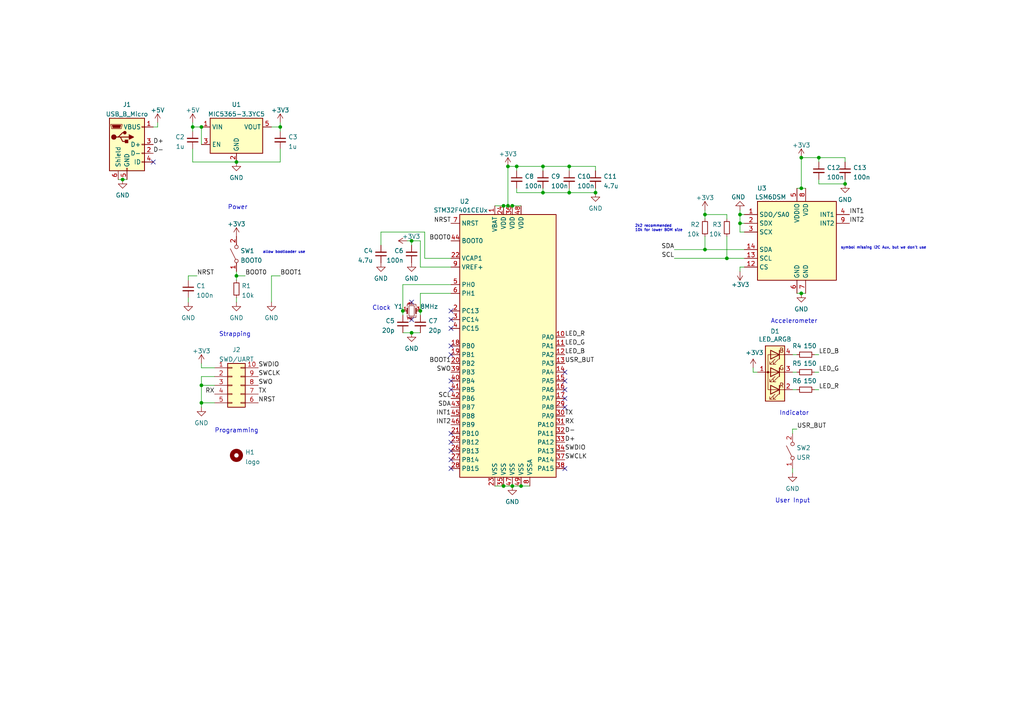
<source format=kicad_sch>
(kicad_sch (version 20211123) (generator eeschema)
  (paper "A4")
  (lib_symbols
    (symbol "Connector:USB_B_Micro" (pin_names (offset 1.016))
      (property "Reference" "J" (at -5.08 11.43 0))
      (property "Value" "USB_B_Micro" (at -5.08 8.89 0))
      (symbol "USB_B_Micro_0_1"
        (rectangle (start -5.08 -7.62) (end 5.08 7.62) (stroke (width 0.254)) (fill (type background)))
        (circle (center -3.81 2.159) (radius 0.635) (stroke (width 0.254)) (fill (type outline)))
        (circle (center -0.635 3.429) (radius 0.381) (stroke (width 0.254)) (fill (type outline)))
        (rectangle (start -0.127 -7.62) (end 0.127 -6.858))
        (polyline (pts (xy -1.905 2.159) (xy 0.635 2.159)) (stroke (width 0.254)))
        (polyline (pts (xy -3.175 2.159) (xy -2.54 2.159) (xy -1.27 3.429) (xy -0.635 3.429)) (stroke (width 0.254)))
        (polyline (pts (xy -2.54 2.159) (xy -1.905 2.159) (xy -1.27 0.889) (xy 0 0.889)) (stroke (width 0.254)))
        (polyline (pts (xy 0.635 2.794) (xy 0.635 1.524) (xy 1.905 2.159) (xy 0.635 2.794)) (stroke (width 0.254)) (fill (type outline)))
        (polyline (pts (xy -4.318 5.588) (xy -1.778 5.588) (xy -2.032 4.826) (xy -4.064 4.826) (xy -4.318 5.588)) (fill (type outline)))
        (polyline (pts (xy -4.699 5.842) (xy -4.699 5.588) (xy -4.445 4.826) (xy -4.445 4.572) (xy -1.651 4.572) (xy -1.651 4.826) (xy -1.397 5.588) (xy -1.397 5.842) (xy -4.699 5.842)))
        (rectangle (start 0.254 1.27) (end -0.508 0.508) (stroke (width 0.254)) (fill (type outline)))
        (rectangle (start 5.08 -5.207) (end 4.318 -4.953))
        (rectangle (start 5.08 -2.667) (end 4.318 -2.413))
        (rectangle (start 5.08 -0.127) (end 4.318 0.127))
        (rectangle (start 5.08 4.953) (end 4.318 5.207))
      )
      (symbol "USB_B_Micro_1_1"
        (pin power_out line (at 7.62 5.08 180) (length 2.54) (name "VBUS") (number "1"))
        (pin bidirectional line (at 7.62 -2.54 180) (length 2.54) (name "D-") (number "2"))
        (pin bidirectional line (at 7.62 0 180) (length 2.54) (name "D+") (number "3"))
        (pin passive line (at 7.62 -5.08 180) (length 2.54) (name "ID") (number "4"))
        (pin power_out line (at 0 -10.16 90) (length 2.54) (name "GND") (number "5"))
        (pin passive line (at -2.54 -10.16 90) (length 2.54) (name "Shield") (number "6"))
      )
    )
    (symbol "Connector_Generic:Conn_02x05_Counter_Clockwise" (pin_names (offset 1.016) hide)
      (property "Reference" "J" (at 1.27 7.62 0))
      (property "Value" "Conn_02x05_Counter_Clockwise" (at 1.27 -7.62 0))
      (symbol "Conn_02x05_Counter_Clockwise_1_1"
        (rectangle (start -1.27 -4.953) (end 0 -5.207) (stroke (width 0.1524)))
        (rectangle (start -1.27 -2.413) (end 0 -2.667) (stroke (width 0.1524)))
        (rectangle (start -1.27 0.127) (end 0 -0.127) (stroke (width 0.1524)))
        (rectangle (start -1.27 2.667) (end 0 2.413) (stroke (width 0.1524)))
        (rectangle (start -1.27 5.207) (end 0 4.953) (stroke (width 0.1524)))
        (rectangle (start -1.27 6.35) (end 3.81 -6.35) (stroke (width 0.254)) (fill (type background)))
        (rectangle (start 3.81 -4.953) (end 2.54 -5.207) (stroke (width 0.1524)))
        (rectangle (start 3.81 -2.413) (end 2.54 -2.667) (stroke (width 0.1524)))
        (rectangle (start 3.81 0.127) (end 2.54 -0.127) (stroke (width 0.1524)))
        (rectangle (start 3.81 2.667) (end 2.54 2.413) (stroke (width 0.1524)))
        (rectangle (start 3.81 5.207) (end 2.54 4.953) (stroke (width 0.1524)))
        (pin passive line (at -5.08 5.08 0) (length 3.81) (name "Pin_1") (number "1"))
        (pin passive line (at 7.62 5.08 180) (length 3.81) (name "Pin_10") (number "10"))
        (pin passive line (at -5.08 2.54 0) (length 3.81) (name "Pin_2") (number "2"))
        (pin passive line (at -5.08 0 0) (length 3.81) (name "Pin_3") (number "3"))
        (pin passive line (at -5.08 -2.54 0) (length 3.81) (name "Pin_4") (number "4"))
        (pin passive line (at -5.08 -5.08 0) (length 3.81) (name "Pin_5") (number "5"))
        (pin passive line (at 7.62 -5.08 180) (length 3.81) (name "Pin_6") (number "6"))
        (pin passive line (at 7.62 -2.54 180) (length 3.81) (name "Pin_7") (number "7"))
        (pin passive line (at 7.62 0 180) (length 3.81) (name "Pin_8") (number "8"))
        (pin passive line (at 7.62 2.54 180) (length 3.81) (name "Pin_9") (number "9"))
      )
    )
    (symbol "Device:C_Small" (pin_numbers hide) (pin_names (offset 0.254) hide)
      (property "Reference" "C" (at 0.254 1.778 0))
      (property "Value" "C_Small" (at 0.254 -2.032 0))
      (symbol "C_Small_0_1"
        (polyline (pts (xy -1.524 -0.508) (xy 1.524 -0.508)) (stroke (width 0.3302)))
        (polyline (pts (xy -1.524 0.508) (xy 1.524 0.508)) (stroke (width 0.3048)))
      )
      (symbol "C_Small_1_1"
        (pin passive line (at 0 2.54 270) (length 2.032) (name "~") (number "1"))
        (pin passive line (at 0 -2.54 90) (length 2.032) (name "~") (number "2"))
      )
    )
    (symbol "Device:Crystal_GND24_Small" (pin_names (offset 1.016) hide)
      (property "Reference" "Y" (at 1.27 4.445 0))
      (property "Value" "Crystal_GND24_Small" (at 1.27 2.54 0))
      (symbol "Crystal_GND24_Small_0_1"
        (rectangle (start -0.762 -1.524) (end 0.762 1.524))
        (polyline (pts (xy -1.27 -0.762) (xy -1.27 0.762)) (stroke (width 0.381)))
        (polyline (pts (xy 1.27 -0.762) (xy 1.27 0.762)) (stroke (width 0.381)))
        (polyline (pts (xy -1.27 -1.27) (xy -1.27 -1.905) (xy 1.27 -1.905) (xy 1.27 -1.27)))
        (polyline (pts (xy -1.27 1.27) (xy -1.27 1.905) (xy 1.27 1.905) (xy 1.27 1.27)))
      )
      (symbol "Crystal_GND24_Small_1_1"
        (pin passive line (at -2.54 0 0) (length 1.27) (name "1") (number "1"))
        (pin passive line (at 0 -2.54 90) (length 0.635) (name "2") (number "2"))
        (pin passive line (at 2.54 0 180) (length 1.27) (name "3") (number "3"))
        (pin passive line (at 0 2.54 270) (length 0.635) (name "4") (number "4"))
      )
    )
    (symbol "Device:LED_ARGB" (pin_names (offset 0) hide)
      (property "Reference" "D" (at 0 9.398 0))
      (property "Value" "LED_ARGB" (at 0 -8.89 0))
      (symbol "LED_ARGB_0_0"
        (text "B" (at -1.905 -6.35 0) (effects (font (size 1.27 1.27))))
        (text "G" (at -1.905 -1.27 0) (effects (font (size 1.27 1.27))))
        (text "R" (at -1.905 3.81 0) (effects (font (size 1.27 1.27))))
      )
      (symbol "LED_ARGB_0_1"
        (polyline (pts (xy -1.27 -5.08) (xy -2.54 -5.08)))
        (polyline (pts (xy -1.27 -5.08) (xy 1.27 -5.08)))
        (polyline (pts (xy -1.27 -3.81) (xy -1.27 -6.35)) (stroke (width 0.254)))
        (polyline (pts (xy -1.27 0) (xy -2.54 0)))
        (polyline (pts (xy -1.27 1.27) (xy -1.27 -1.27)) (stroke (width 0.254)))
        (polyline (pts (xy -1.27 5.08) (xy -2.54 5.08)))
        (polyline (pts (xy -1.27 5.08) (xy 1.27 5.08)))
        (polyline (pts (xy -1.27 6.35) (xy -1.27 3.81)) (stroke (width 0.254)))
        (polyline (pts (xy 1.27 0) (xy -1.27 0)))
        (polyline (pts (xy 1.27 0) (xy 2.54 0)))
        (polyline (pts (xy -1.27 1.27) (xy -1.27 -1.27) (xy -1.27 -1.27)))
        (polyline (pts (xy -1.27 6.35) (xy -1.27 3.81) (xy -1.27 3.81)))
        (polyline (pts (xy 1.27 -5.08) (xy 2.032 -5.08) (xy 2.032 5.08) (xy 1.27 5.08)))
        (polyline (pts (xy 1.27 -3.81) (xy 1.27 -6.35) (xy -1.27 -5.08) (xy 1.27 -3.81)) (stroke (width 0.254)))
        (polyline (pts (xy 1.27 1.27) (xy 1.27 -1.27) (xy -1.27 0) (xy 1.27 1.27)) (stroke (width 0.254)))
        (polyline (pts (xy 1.27 6.35) (xy 1.27 3.81) (xy -1.27 5.08) (xy 1.27 6.35)) (stroke (width 0.254)))
        (polyline (pts (xy -1.016 -3.81) (xy 0.508 -2.286) (xy -0.254 -2.286) (xy 0.508 -2.286) (xy 0.508 -3.048)))
        (polyline (pts (xy -1.016 1.27) (xy 0.508 2.794) (xy -0.254 2.794) (xy 0.508 2.794) (xy 0.508 2.032)))
        (polyline (pts (xy -1.016 6.35) (xy 0.508 7.874) (xy -0.254 7.874) (xy 0.508 7.874) (xy 0.508 7.112)))
        (polyline (pts (xy 0 -3.81) (xy 1.524 -2.286) (xy 0.762 -2.286) (xy 1.524 -2.286) (xy 1.524 -3.048)))
        (polyline (pts (xy 0 1.27) (xy 1.524 2.794) (xy 0.762 2.794) (xy 1.524 2.794) (xy 1.524 2.032)))
        (polyline (pts (xy 0 6.35) (xy 1.524 7.874) (xy 0.762 7.874) (xy 1.524 7.874) (xy 1.524 7.112)))
        (rectangle (start 1.27 -1.27) (end 1.27 1.27))
        (rectangle (start 1.27 1.27) (end 1.27 1.27))
        (rectangle (start 1.27 3.81) (end 1.27 6.35))
        (rectangle (start 1.27 6.35) (end 1.27 6.35))
        (circle (center 2.032 0) (radius 0.254) (fill (type outline)))
        (rectangle (start 2.794 8.382) (end -2.794 -7.62) (stroke (width 0.254)) (fill (type background)))
      )
      (symbol "LED_ARGB_1_1"
        (pin passive line (at 5.08 0 180) (length 2.54) (name "A") (number "1"))
        (pin passive line (at -5.08 5.08 0) (length 2.54) (name "RK") (number "2"))
        (pin passive line (at -5.08 0 0) (length 2.54) (name "GK") (number "3"))
        (pin passive line (at -5.08 -5.08 0) (length 2.54) (name "BK") (number "4"))
      )
    )
    (symbol "Device:R_Small" (pin_numbers hide) (pin_names (offset 0.254) hide)
      (property "Reference" "R" (at 0.762 0.508 0))
      (property "Value" "R_Small" (at 0.762 -1.016 0))
      (symbol "R_Small_0_1"
        (rectangle (start -0.762 1.778) (end 0.762 -1.778) (stroke (width 0.2032)))
      )
      (symbol "R_Small_1_1"
        (pin passive line (at 0 2.54 270) (length 0.762) (name "~") (number "1"))
        (pin passive line (at 0 -2.54 90) (length 0.762) (name "~") (number "2"))
      )
    )
    (symbol "MCU_ST_STM32F4:STM32F401CEUx"
      (property "Reference" "U" (at -15.24 39.37 0))
      (property "Value" "STM32F401CEUx" (at 5.08 39.37 0))
      (symbol "STM32F401CEUx_0_1"
        (rectangle (start -15.24 -38.1) (end 12.7 38.1) (stroke (width 0.254)) (fill (type background)))
      )
      (symbol "STM32F401CEUx_1_1"
        (pin power_in line (at -5.08 40.64 270) (length 2.54) (name "VBAT") (number "1"))
        (pin bidirectional line (at 15.24 2.54 180) (length 2.54) (name "PA0") (number "10"))
        (pin bidirectional line (at 15.24 0 180) (length 2.54) (name "PA1") (number "11"))
        (pin bidirectional line (at 15.24 -2.54 180) (length 2.54) (name "PA2") (number "12"))
        (pin bidirectional line (at 15.24 -5.08 180) (length 2.54) (name "PA3") (number "13"))
        (pin bidirectional line (at 15.24 -7.62 180) (length 2.54) (name "PA4") (number "14"))
        (pin bidirectional line (at 15.24 -10.16 180) (length 2.54) (name "PA5") (number "15"))
        (pin bidirectional line (at 15.24 -12.7 180) (length 2.54) (name "PA6") (number "16"))
        (pin bidirectional line (at 15.24 -15.24 180) (length 2.54) (name "PA7") (number "17"))
        (pin bidirectional line (at -17.78 0 0) (length 2.54) (name "PB0") (number "18"))
        (pin bidirectional line (at -17.78 -2.54 0) (length 2.54) (name "PB1") (number "19"))
        (pin bidirectional line (at -17.78 10.16 0) (length 2.54) (name "PC13") (number "2"))
        (pin bidirectional line (at -17.78 -5.08 0) (length 2.54) (name "PB2") (number "20"))
        (pin bidirectional line (at -17.78 -25.4 0) (length 2.54) (name "PB10") (number "21"))
        (pin power_in line (at -17.78 25.4 0) (length 2.54) (name "VCAP1") (number "22"))
        (pin power_in line (at -5.08 -40.64 90) (length 2.54) (name "VSS") (number "23"))
        (pin power_in line (at -2.54 40.64 270) (length 2.54) (name "VDD") (number "24"))
        (pin bidirectional line (at -17.78 -27.94 0) (length 2.54) (name "PB12") (number "25"))
        (pin bidirectional line (at -17.78 -30.48 0) (length 2.54) (name "PB13") (number "26"))
        (pin bidirectional line (at -17.78 -33.02 0) (length 2.54) (name "PB14") (number "27"))
        (pin bidirectional line (at -17.78 -35.56 0) (length 2.54) (name "PB15") (number "28"))
        (pin bidirectional line (at 15.24 -17.78 180) (length 2.54) (name "PA8") (number "29"))
        (pin bidirectional line (at -17.78 7.62 0) (length 2.54) (name "PC14") (number "3"))
        (pin bidirectional line (at 15.24 -20.32 180) (length 2.54) (name "PA9") (number "30"))
        (pin bidirectional line (at 15.24 -22.86 180) (length 2.54) (name "PA10") (number "31"))
        (pin bidirectional line (at 15.24 -25.4 180) (length 2.54) (name "PA11") (number "32"))
        (pin bidirectional line (at 15.24 -27.94 180) (length 2.54) (name "PA12") (number "33"))
        (pin bidirectional line (at 15.24 -30.48 180) (length 2.54) (name "PA13") (number "34"))
        (pin power_in line (at -2.54 -40.64 90) (length 2.54) (name "VSS") (number "35"))
        (pin power_in line (at 0 40.64 270) (length 2.54) (name "VDD") (number "36"))
        (pin bidirectional line (at 15.24 -33.02 180) (length 2.54) (name "PA14") (number "37"))
        (pin bidirectional line (at 15.24 -35.56 180) (length 2.54) (name "PA15") (number "38"))
        (pin bidirectional line (at -17.78 -7.62 0) (length 2.54) (name "PB3") (number "39"))
        (pin bidirectional line (at -17.78 5.08 0) (length 2.54) (name "PC15") (number "4"))
        (pin bidirectional line (at -17.78 -10.16 0) (length 2.54) (name "PB4") (number "40"))
        (pin bidirectional line (at -17.78 -12.7 0) (length 2.54) (name "PB5") (number "41"))
        (pin bidirectional line (at -17.78 -15.24 0) (length 2.54) (name "PB6") (number "42"))
        (pin bidirectional line (at -17.78 -17.78 0) (length 2.54) (name "PB7") (number "43"))
        (pin input line (at -17.78 30.48 0) (length 2.54) (name "BOOT0") (number "44"))
        (pin bidirectional line (at -17.78 -20.32 0) (length 2.54) (name "PB8") (number "45"))
        (pin bidirectional line (at -17.78 -22.86 0) (length 2.54) (name "PB9") (number "46"))
        (pin power_in line (at 0 -40.64 90) (length 2.54) (name "VSS") (number "47"))
        (pin power_in line (at 2.54 40.64 270) (length 2.54) (name "VDD") (number "48"))
        (pin power_in line (at 2.54 -40.64 90) (length 2.54) (name "VSS") (number "49"))
        (pin input line (at -17.78 17.78 0) (length 2.54) (name "PH0") (number "5"))
        (pin input line (at -17.78 15.24 0) (length 2.54) (name "PH1") (number "6"))
        (pin input line (at -17.78 35.56 0) (length 2.54) (name "NRST") (number "7"))
        (pin power_in line (at 5.08 -40.64 90) (length 2.54) (name "VSSA") (number "8"))
        (pin power_in line (at -17.78 22.86 0) (length 2.54) (name "VREF+") (number "9"))
      )
    )
    (symbol "Mechanical:MountingHole" (pin_names (offset 1.016))
      (property "Reference" "H" (at 0 5.08 0))
      (property "Value" "MountingHole" (at 0 3.175 0))
      (symbol "MountingHole_0_1"
        (circle (center 0 0) (radius 1.27) (stroke (width 1.27)))
      )
    )
    (symbol "Regulator_Linear:MIC5365-3.3YC5"
      (property "Reference" "U" (at -6.35 6.35 0))
      (property "Value" "MIC5365-3.3YC5" (at 0 6.35 0))
      (symbol "MIC5365-3.3YC5_0_1"
        (rectangle (start -7.62 -5.08) (end 7.62 5.08) (stroke (width 0.254)) (fill (type background)))
      )
      (symbol "MIC5365-3.3YC5_1_1"
        (pin power_in line (at -10.16 2.54 0) (length 2.54) (name "VIN") (number "1"))
        (pin power_in line (at 0 -7.62 90) (length 2.54) (name "GND") (number "2"))
        (pin input line (at -10.16 -2.54 0) (length 2.54) (name "EN") (number "3"))
        (pin no_connect line (at 7.62 -2.54 180) (length 2.54) hide (name "NC") (number "4"))
        (pin power_out line (at 10.16 2.54 180) (length 2.54) (name "VOUT") (number "5"))
      )
    )
    (symbol "Sensor_Motion:LSM6DS3"
      (property "Reference" "U" (at -11.43 15.24 0))
      (property "Value" "LSM6DS3" (at -11.43 12.7 0))
      (symbol "LSM6DS3_0_1"
        (rectangle (start 11.43 11.43) (end -11.43 -11.43) (stroke (width 0.254)) (fill (type background)))
      )
      (symbol "LSM6DS3_1_1"
        (pin bidirectional line (at -15.24 7.62 0) (length 3.81) (name "SDO/SA0") (number "1"))
        (pin no_connect line (at 10.16 -5.08 180) (length 3.81) hide (name "NC") (number "10"))
        (pin no_connect line (at 10.16 -2.54 180) (length 3.81) hide (name "NC") (number "11"))
        (pin input line (at -15.24 -7.62 0) (length 3.81) (name "CS") (number "12"))
        (pin input line (at -15.24 -5.08 0) (length 3.81) (name "SCL") (number "13"))
        (pin bidirectional line (at -15.24 -2.54 0) (length 3.81) (name "SDA") (number "14"))
        (pin bidirectional line (at -15.24 5.08 0) (length 3.81) (name "SDX") (number "2"))
        (pin input line (at -15.24 2.54 0) (length 3.81) (name "SCX") (number "3"))
        (pin output line (at 15.24 7.62 180) (length 3.81) (name "INT1") (number "4"))
        (pin power_in line (at 0 15.24 270) (length 3.81) (name "VDDIO") (number "5"))
        (pin power_in line (at 0 -15.24 90) (length 3.81) (name "GND") (number "6"))
        (pin power_in line (at 2.54 -15.24 90) (length 3.81) (name "GND") (number "7"))
        (pin power_in line (at 2.54 15.24 270) (length 3.81) (name "VDD") (number "8"))
        (pin output line (at 15.24 5.08 180) (length 3.81) (name "INT2") (number "9"))
      )
    )
    (symbol "Switch:SW_SPST" (pin_names (offset 0) hide)
      (property "Reference" "SW" (at 0 3.175 0))
      (property "Value" "SW_SPST" (at 0 -2.54 0))
      (symbol "SW_SPST_0_0"
        (circle (center -2.032 0) (radius 0.508))
        (polyline (pts (xy -1.524 0.254) (xy 1.524 1.778)))
        (circle (center 2.032 0) (radius 0.508))
      )
      (symbol "SW_SPST_1_1"
        (pin passive line (at -5.08 0 0) (length 2.54) (name "A") (number "1"))
        (pin passive line (at 5.08 0 180) (length 2.54) (name "B") (number "2"))
      )
    )
    (symbol "power:+3V3" (power) (pin_names (offset 0))
      (property "Value" "+3V3" (at 0 3.556 0))
      (symbol "+3V3_0_1"
        (polyline (pts (xy -0.762 1.27) (xy 0 2.54)))
        (polyline (pts (xy 0 0) (xy 0 2.54)))
        (polyline (pts (xy 0 2.54) (xy 0.762 1.27)))
      )
      (symbol "+3V3_1_1"
        (pin power_in line (at 0 0 90) (length 0) hide (name "+3V3") (number "1"))
      )
    )
    (symbol "power:+5V" (power) (pin_names (offset 0))
      (property "Value" "+5V" (at 0 3.556 0))
      (symbol "+5V_0_1"
        (polyline (pts (xy -0.762 1.27) (xy 0 2.54)))
        (polyline (pts (xy 0 0) (xy 0 2.54)))
        (polyline (pts (xy 0 2.54) (xy 0.762 1.27)))
      )
      (symbol "+5V_1_1"
        (pin power_in line (at 0 0 90) (length 0) hide (name "+5V") (number "1"))
      )
    )
    (symbol "power:GND" (power) (pin_names (offset 0))
      (property "Value" "GND" (at 0 -3.81 0))
      (symbol "GND_0_1"
        (polyline (pts (xy 0 0) (xy 0 -1.27) (xy 1.27 -1.27) (xy 0 -2.54) (xy -1.27 -1.27) (xy 0 -1.27)))
      )
      (symbol "GND_1_1"
        (pin power_in line (at 0 0 270) (length 0) hide (name "GND") (number "1"))
      )
    )
  )
  (junction (at 165.1 48.26))
  (junction (at 232.41 54.61))
  (junction (at 147.32 59.69))
  (junction (at 119.38 96.52))
  (junction (at 81.28 36.83))
  (junction (at 165.1 55.88))
  (junction (at 68.58 46.99))
  (junction (at 35.56 52.07))
  (junction (at 121.92 90.17))
  (junction (at 172.72 55.88))
  (junction (at 58.42 36.83))
  (junction (at 157.48 48.26))
  (junction (at 58.42 111.76))
  (junction (at 68.58 80.01))
  (junction (at 204.47 72.39))
  (junction (at 146.05 59.69))
  (junction (at 237.49 45.72))
  (junction (at 116.84 90.17))
  (junction (at 148.59 140.97))
  (junction (at 210.82 74.93))
  (junction (at 148.59 59.69))
  (junction (at 119.38 69.85))
  (junction (at 232.41 45.72))
  (junction (at 147.32 48.26))
  (junction (at 232.41 85.09))
  (junction (at 157.48 55.88))
  (junction (at 58.42 116.84))
  (junction (at 151.13 140.97))
  (junction (at 146.05 140.97))
  (junction (at 245.11 53.34))
  (junction (at 204.47 62.23))
  (junction (at 214.63 64.77))
  (junction (at 55.88 36.83))
  (junction (at 214.63 62.23))
  (junction (at 149.86 48.26))
  (no_connect (at 163.83 135.89))
  (no_connect (at 130.81 128.27))
  (no_connect (at 130.81 130.81))
  (no_connect (at 130.81 133.35))
  (no_connect (at 130.81 135.89))
  (no_connect (at 163.83 118.11))
  (no_connect (at 163.83 115.57))
  (no_connect (at 163.83 113.03))
  (no_connect (at 163.83 110.49))
  (no_connect (at 163.83 107.95))
  (no_connect (at 130.81 90.17))
  (no_connect (at 130.81 92.71))
  (no_connect (at 130.81 95.25))
  (no_connect (at 130.81 100.33))
  (no_connect (at 130.81 102.87))
  (no_connect (at 130.81 110.49))
  (no_connect (at 130.81 113.03))
  (no_connect (at 130.81 125.73))
  (no_connect (at 44.45 46.99))
  (no_connect (at 119.38 92.71))
  (no_connect (at 119.38 87.63))
  (wire (pts (xy 165.1 48.26) (xy 165.1 49.53)))
  (wire (pts (xy 232.41 45.72) (xy 237.49 45.72)))
  (wire (pts (xy 236.22 113.03) (xy 237.49 113.03)))
  (wire (pts (xy 58.42 36.83) (xy 58.42 41.91)))
  (wire (pts (xy 214.63 62.23) (xy 214.63 60.96)))
  (wire (pts (xy 229.87 124.46) (xy 229.87 125.73)))
  (wire (pts (xy 214.63 77.47) (xy 214.63 78.74)))
  (wire (pts (xy 210.82 68.58) (xy 210.82 74.93)))
  (wire (pts (xy 78.74 87.63) (xy 78.74 80.01)))
  (wire (pts (xy 81.28 36.83) (xy 81.28 38.1)))
  (wire (pts (xy 204.47 60.96) (xy 204.47 62.23)))
  (wire (pts (xy 204.47 62.23) (xy 210.82 62.23)))
  (wire (pts (xy 81.28 43.18) (xy 81.28 46.99)))
  (wire (pts (xy 130.81 77.47) (xy 121.92 77.47)))
  (wire (pts (xy 237.49 45.72) (xy 237.49 46.99)))
  (wire (pts (xy 215.9 67.31) (xy 214.63 67.31)))
  (wire (pts (xy 204.47 72.39) (xy 215.9 72.39)))
  (wire (pts (xy 157.48 54.61) (xy 157.48 55.88)))
  (wire (pts (xy 157.48 48.26) (xy 157.48 49.53)))
  (wire (pts (xy 121.92 77.47) (xy 121.92 69.85)))
  (wire (pts (xy 58.42 106.68) (xy 62.23 106.68)))
  (wire (pts (xy 54.61 86.36) (xy 54.61 87.63)))
  (wire (pts (xy 236.22 107.95) (xy 237.49 107.95)))
  (wire (pts (xy 121.92 85.09) (xy 130.81 85.09)))
  (wire (pts (xy 118.11 69.85) (xy 119.38 69.85)))
  (wire (pts (xy 116.84 82.55) (xy 116.84 90.17)))
  (wire (pts (xy 78.74 80.01) (xy 81.28 80.01)))
  (wire (pts (xy 68.58 78.74) (xy 68.58 80.01)))
  (wire (pts (xy 204.47 62.23) (xy 204.47 63.5)))
  (wire (pts (xy 62.23 109.22) (xy 58.42 109.22)))
  (wire (pts (xy 146.05 140.97) (xy 148.59 140.97)))
  (wire (pts (xy 55.88 46.99) (xy 68.58 46.99)))
  (wire (pts (xy 58.42 116.84) (xy 58.42 118.11)))
  (wire (pts (xy 119.38 96.52) (xy 121.92 96.52)))
  (wire (pts (xy 55.88 35.56) (xy 55.88 36.83)))
  (wire (pts (xy 165.1 55.88) (xy 172.72 55.88)))
  (wire (pts (xy 68.58 80.01) (xy 68.58 81.28)))
  (wire (pts (xy 116.84 96.52) (xy 119.38 96.52)))
  (wire (pts (xy 210.82 63.5) (xy 210.82 62.23)))
  (wire (pts (xy 214.63 67.31) (xy 214.63 64.77)))
  (wire (pts (xy 229.87 135.89) (xy 229.87 137.16)))
  (wire (pts (xy 218.44 107.95) (xy 219.71 107.95)))
  (wire (pts (xy 68.58 86.36) (xy 68.58 87.63)))
  (wire (pts (xy 116.84 82.55) (xy 130.81 82.55)))
  (wire (pts (xy 148.59 59.69) (xy 151.13 59.69)))
  (wire (pts (xy 58.42 105.41) (xy 58.42 106.68)))
  (wire (pts (xy 130.81 74.93) (xy 123.19 74.93)))
  (wire (pts (xy 58.42 111.76) (xy 58.42 116.84)))
  (wire (pts (xy 81.28 46.99) (xy 68.58 46.99)))
  (wire (pts (xy 218.44 106.68) (xy 218.44 107.95)))
  (wire (pts (xy 237.49 53.34) (xy 237.49 52.07)))
  (wire (pts (xy 146.05 59.69) (xy 147.32 59.69)))
  (wire (pts (xy 149.86 48.26) (xy 149.86 49.53)))
  (wire (pts (xy 34.29 52.07) (xy 35.56 52.07)))
  (wire (pts (xy 147.32 59.69) (xy 148.59 59.69)))
  (wire (pts (xy 214.63 64.77) (xy 215.9 64.77)))
  (wire (pts (xy 214.63 62.23) (xy 215.9 62.23)))
  (wire (pts (xy 214.63 64.77) (xy 214.63 62.23)))
  (wire (pts (xy 147.32 48.26) (xy 147.32 59.69)))
  (wire (pts (xy 245.11 53.34) (xy 237.49 53.34)))
  (wire (pts (xy 229.87 107.95) (xy 231.14 107.95)))
  (wire (pts (xy 172.72 54.61) (xy 172.72 55.88)))
  (wire (pts (xy 54.61 80.01) (xy 54.61 81.28)))
  (wire (pts (xy 236.22 102.87) (xy 237.49 102.87)))
  (wire (pts (xy 204.47 68.58) (xy 204.47 72.39)))
  (wire (pts (xy 121.92 90.17) (xy 121.92 91.44)))
  (wire (pts (xy 55.88 43.18) (xy 55.88 46.99)))
  (wire (pts (xy 231.14 54.61) (xy 232.41 54.61)))
  (wire (pts (xy 210.82 74.93) (xy 215.9 74.93)))
  (wire (pts (xy 195.58 72.39) (xy 204.47 72.39)))
  (wire (pts (xy 165.1 54.61) (xy 165.1 55.88)))
  (wire (pts (xy 45.72 36.83) (xy 45.72 35.56)))
  (wire (pts (xy 237.49 45.72) (xy 245.11 45.72)))
  (wire (pts (xy 123.19 67.31) (xy 110.49 67.31)))
  (wire (pts (xy 44.45 36.83) (xy 45.72 36.83)))
  (wire (pts (xy 57.15 80.01) (xy 54.61 80.01)))
  (wire (pts (xy 232.41 54.61) (xy 233.68 54.61)))
  (wire (pts (xy 71.12 80.01) (xy 68.58 80.01)))
  (wire (pts (xy 121.92 85.09) (xy 121.92 90.17)))
  (wire (pts (xy 157.48 48.26) (xy 165.1 48.26)))
  (wire (pts (xy 229.87 113.03) (xy 231.14 113.03)))
  (wire (pts (xy 157.48 55.88) (xy 165.1 55.88)))
  (wire (pts (xy 110.49 67.31) (xy 110.49 71.12)))
  (wire (pts (xy 215.9 77.47) (xy 214.63 77.47)))
  (wire (pts (xy 58.42 109.22) (xy 58.42 111.76)))
  (wire (pts (xy 232.41 85.09) (xy 233.68 85.09)))
  (wire (pts (xy 147.32 48.26) (xy 149.86 48.26)))
  (wire (pts (xy 55.88 36.83) (xy 58.42 36.83)))
  (wire (pts (xy 231.14 124.46) (xy 229.87 124.46)))
  (wire (pts (xy 229.87 102.87) (xy 231.14 102.87)))
  (wire (pts (xy 165.1 48.26) (xy 172.72 48.26)))
  (wire (pts (xy 231.14 85.09) (xy 232.41 85.09)))
  (wire (pts (xy 149.86 54.61) (xy 149.86 55.88)))
  (wire (pts (xy 35.56 52.07) (xy 36.83 52.07)))
  (wire (pts (xy 119.38 69.85) (xy 119.38 71.12)))
  (wire (pts (xy 172.72 49.53) (xy 172.72 48.26)))
  (wire (pts (xy 149.86 55.88) (xy 157.48 55.88)))
  (wire (pts (xy 143.51 59.69) (xy 146.05 59.69)))
  (wire (pts (xy 195.58 74.93) (xy 210.82 74.93)))
  (wire (pts (xy 151.13 140.97) (xy 153.67 140.97)))
  (wire (pts (xy 81.28 36.83) (xy 81.28 35.56)))
  (wire (pts (xy 245.11 52.07) (xy 245.11 53.34)))
  (wire (pts (xy 148.59 140.97) (xy 151.13 140.97)))
  (wire (pts (xy 78.74 36.83) (xy 81.28 36.83)))
  (wire (pts (xy 232.41 45.72) (xy 232.41 54.61)))
  (wire (pts (xy 149.86 48.26) (xy 157.48 48.26)))
  (wire (pts (xy 245.11 45.72) (xy 245.11 46.99)))
  (wire (pts (xy 143.51 140.97) (xy 146.05 140.97)))
  (wire (pts (xy 58.42 116.84) (xy 62.23 116.84)))
  (wire (pts (xy 116.84 90.17) (xy 116.84 91.44)))
  (wire (pts (xy 123.19 74.93) (xy 123.19 67.31)))
  (wire (pts (xy 119.38 69.85) (xy 121.92 69.85)))
  (wire (pts (xy 58.42 111.76) (xy 62.23 111.76)))
  (wire (pts (xy 55.88 36.83) (xy 55.88 38.1)))
  (text "allow bootloader use" (at 76.2 73.66 0) (effects (font (size 0.762 0.762)) (justify left bottom)))
  (text "Indicator" (at 226.06 120.65 0) (effects (font (size 1.27 1.27)) (justify left bottom)))
  (text "Strapping" (at 63.5 97.79 0) (effects (font (size 1.27 1.27)) (justify left bottom)))
  (text "User Input" (at 224.79 146.05 0) (effects (font (size 1.27 1.27)) (justify left bottom)))
  (text "Power" (at 66.04 60.96 0) (effects (font (size 1.27 1.27)) (justify left bottom)))
  (text "Accelerometer" (at 223.52 93.98 0) (effects (font (size 1.27 1.27)) (justify left bottom)))
  (text "Clock" (at 107.95 90.17 0) (effects (font (size 1.27 1.27)) (justify left bottom)))
  (text "Programming" (at 62.23 125.73 0) (effects (font (size 1.27 1.27)) (justify left bottom)))
  (text "2k2 recommended\n10k for lower BOM size" (at 184.15 67.31 0) (effects (font (size 0.762 0.762)) (justify left bottom)))
  (text "symbol missing I2C Aux, but we don't use" (at 243.84 72.39 0) (effects (font (size 0.762 0.762)) (justify left bottom)))
  (label "LED_R" (at 163.83 97.79 0))
  (label "SWO" (at 130.81 107.95 180))
  (label "NRST" (at 74.93 116.84 0))
  (label "RX" (at 62.23 114.3 180))
  (label "NRST" (at 57.15 80.01 0))
  (label "SWCLK" (at 163.83 133.35 0))
  (label "D+" (at 163.83 128.27 0))
  (label "SWCLK" (at 74.93 109.22 0))
  (label "SDA" (at 130.81 118.11 180))
  (label "RX" (at 163.83 123.19 0))
  (label "INT1" (at 246.38 62.23 0))
  (label "LED_B" (at 237.49 102.87 0))
  (label "SWDIO" (at 163.83 130.81 0))
  (label "BOOT1" (at 81.28 80.01 0))
  (label "USR_BUT" (at 163.83 105.41 0))
  (label "BOOT0" (at 71.12 80.01 0))
  (label "LED_G" (at 163.83 100.33 0))
  (label "LED_R" (at 237.49 113.03 0))
  (label "BOOT1" (at 130.81 105.41 180))
  (label "INT2" (at 130.81 123.19 180))
  (label "BOOT0" (at 130.81 69.85 180))
  (label "SCL" (at 130.81 115.57 180))
  (label "USR_BUT" (at 231.14 124.46 0))
  (label "NRST" (at 130.81 64.77 180))
  (label "SCL" (at 195.58 74.93 180))
  (label "SWO" (at 74.93 111.76 0))
  (label "D-" (at 163.83 125.73 0))
  (label "D-" (at 44.45 44.45 0))
  (label "SDA" (at 195.58 72.39 180))
  (label "LED_B" (at 163.83 102.87 0))
  (label "LED_G" (at 237.49 107.95 0))
  (label "D+" (at 44.45 41.91 0))
  (label "TX" (at 74.93 114.3 0))
  (label "INT2" (at 246.38 64.77 0))
  (label "SWDIO" (at 74.93 106.68 0))
  (label "TX" (at 163.83 120.65 0))
  (label "INT1" (at 130.81 120.65 180))
  (symbol (lib_id "power:GND") (at 119.38 96.52 0) (unit 1)
    (property "Reference" "#PWR015" (effects hide))
    (property "Value" "GND" (at 119.38 101.0825 0))
  )
  (symbol (lib_id "power:GND") (at 232.41 85.09 0) (unit 1)
    (property "Reference" "#PWR025" (effects hide))
    (property "Value" "GND" (at 232.41 89.6525 0))
  )
  (symbol (lib_id "Device:LED_ARGB") (at 224.79 107.95 180) (unit 1)
    (property "Reference" "D1" (at 224.79 96.0882 0))
    (property "Value" "LED_ARGB" (at 224.79 98.3996 0))
    (property "Footprint" "LED_SMD:LED_Cree-PLCC4_2x2mm_CW" (effects hide))
  )
  (symbol (lib_id "power:+3V3") (at 232.41 45.72 0) (unit 1)
    (property "Reference" "#PWR024" (effects hide))
    (property "Value" "+3V3" (at 232.41 42.1155 0))
  )
  (symbol (lib_id "Connector:USB_B_Micro") (at 36.83 41.91 0) (unit 1)
    (property "Reference" "J1" (at 36.83 30.3235 0))
    (property "Value" "USB_B_Micro" (at 36.83 33.0986 0))
    (property "Footprint" "extraparts:USB_Micro-B_U254-05" (effects hide))
  )
  (symbol (lib_id "power:GND") (at 214.63 60.96 180) (unit 1)
    (property "Reference" "#PWR020" (effects hide))
    (property "Value" "GND" (at 212.09 57.15 0) (effects (justify right)))
  )
  (symbol (lib_id "power:+5V") (at 45.72 35.56 0) (unit 1)
    (property "Reference" "#PWR02" (effects hide))
    (property "Value" "+5V" (at 45.72 31.9555 0))
  )
  (symbol (lib_id "power:GND") (at 68.58 46.99 0) (unit 1)
    (property "Reference" "#PWR07" (effects hide))
    (property "Value" "GND" (at 68.58 51.5525 0))
  )
  (symbol (lib_id "power:+3V3") (at 118.11 69.85 90) (unit 1)
    (property "Reference" "#PWR013" (effects hide))
    (property "Value" "+3V3" (at 121.92 68.58 90) (effects (justify left)))
  )
  (symbol (lib_id "Device:R_Small") (at 68.58 83.82 0) (unit 1)
    (property "Reference" "R1" (at 70.0786 82.9115 0) (effects (justify left)))
    (property "Value" "10k" (at 70.0786 85.6866 0) (effects (justify left)))
    (property "Footprint" "Resistor_SMD:R_0603_1608Metric" (effects hide))
  )
  (symbol (lib_id "power:+3V3") (at 58.42 105.41 0) (unit 1)
    (property "Reference" "#PWR05" (effects hide))
    (property "Value" "+3V3" (at 58.42 101.8055 0))
  )
  (symbol (lib_id "Device:C_Small") (at 54.61 83.82 0) (unit 1)
    (property "Reference" "C1" (at 56.9341 82.9178 0) (effects (justify left)))
    (property "Value" "100n" (at 56.9341 85.6929 0) (effects (justify left)))
    (property "Footprint" "Capacitor_SMD:C_0603_1608Metric" (effects hide))
  )
  (symbol (lib_id "Device:C_Small") (at 55.88 40.64 0) (mirror x) (unit 1)
    (property "Reference" "C2" (at 53.5559 39.7251 0) (effects (justify right)))
    (property "Value" "1u" (at 53.5559 42.5002 0) (effects (justify right)))
    (property "Footprint" "Capacitor_SMD:C_0603_1608Metric" (effects hide))
  )
  (symbol (lib_id "power:+3V3") (at 147.32 48.26 0) (unit 1)
    (property "Reference" "#PWR016" (effects hide))
    (property "Value" "+3V3" (at 147.32 44.6555 0))
  )
  (symbol (lib_id "power:GND") (at 54.61 87.63 0) (unit 1)
    (property "Reference" "#PWR03" (effects hide))
    (property "Value" "GND" (at 54.61 92.1925 0))
  )
  (symbol (lib_id "Device:C_Small") (at 81.28 40.64 0) (unit 1)
    (property "Reference" "C3" (at 83.6041 39.7378 0) (effects (justify left)))
    (property "Value" "1u" (at 83.6041 42.5129 0) (effects (justify left)))
    (property "Footprint" "Capacitor_SMD:C_0603_1608Metric" (effects hide))
  )
  (symbol (lib_id "MCU_ST_STM32F4:STM32F401CEUx") (at 148.59 100.33 0) (unit 1)
    (property "Reference" "U2" (at 133.35 58.42 0) (effects (justify left)))
    (property "Value" "STM32F401CEUx" (at 125.73 60.96 0) (effects (justify left)))
    (property "Footprint" "Package_DFN_QFN:QFN-48-1EP_7x7mm_P0.5mm_EP5.6x5.6mm" (effects hide))
    (property "Datasheet" "http://www.st.com/st-web-ui/static/active/en/resource/technical/document/datasheet/DM00102166.pdf" (effects hide))
  )
  (symbol (lib_id "power:GND") (at 229.87 137.16 0) (unit 1)
    (property "Reference" "#PWR023" (effects hide))
    (property "Value" "GND" (at 229.87 141.7225 0))
  )
  (symbol (lib_id "power:GND") (at 78.74 87.63 0) (unit 1)
    (property "Reference" "#PWR010" (effects hide))
    (property "Value" "GND" (at 78.74 92.1925 0))
  )
  (symbol (lib_id "Device:C_Small") (at 149.86 52.07 0) (unit 1)
    (property "Reference" "C8" (at 152.1841 51.1678 0) (effects (justify left)))
    (property "Value" "100n" (at 152.1841 53.9429 0) (effects (justify left)))
    (property "Footprint" "Capacitor_SMD:C_0603_1608Metric" (effects hide))
  )
  (symbol (lib_id "Switch:SW_SPST") (at 229.87 130.81 90) (unit 1)
    (property "Reference" "SW2" (at 231.013 129.9015 90) (effects (justify right)))
    (property "Value" "USR" (at 231.013 132.6766 90) (effects (justify right)))
    (property "Footprint" "Button_Switch_SMD:SW_SPST_PTS810" (effects hide))
  )
  (symbol (lib_id "Device:R_Small") (at 210.82 66.04 0) (mirror x) (unit 1)
    (property "Reference" "R3" (at 209.3215 65.1315 0) (effects (justify right)))
    (property "Value" "10k" (at 209.3215 67.9066 0) (effects (justify right)))
    (property "Footprint" "Resistor_SMD:R_0603_1608Metric" (effects hide))
  )
  (symbol (lib_id "Device:C_Small") (at 245.11 49.53 0) (unit 1)
    (property "Reference" "C13" (at 247.4341 48.6278 0) (effects (justify left)))
    (property "Value" "100n" (at 247.4341 51.4029 0) (effects (justify left)))
    (property "Footprint" "Capacitor_SMD:C_0603_1608Metric" (effects hide))
  )
  (symbol (lib_id "power:GND") (at 68.58 87.63 0) (unit 1)
    (property "Reference" "#PWR09" (effects hide))
    (property "Value" "GND" (at 68.58 92.1925 0))
  )
  (symbol (lib_id "Device:R_Small") (at 204.47 66.04 0) (mirror x) (unit 1)
    (property "Reference" "R2" (at 202.9715 65.1315 0) (effects (justify right)))
    (property "Value" "10k" (at 202.9715 67.9066 0) (effects (justify right)))
    (property "Footprint" "Resistor_SMD:R_0603_1608Metric" (effects hide))
  )
  (symbol (lib_id "Device:C_Small") (at 157.48 52.07 0) (unit 1)
    (property "Reference" "C9" (at 159.8041 51.1678 0) (effects (justify left)))
    (property "Value" "100n" (at 159.8041 53.9429 0) (effects (justify left)))
    (property "Footprint" "Capacitor_SMD:C_0603_1608Metric" (effects hide))
  )
  (symbol (lib_id "Device:C_Small") (at 116.84 93.98 0) (mirror x) (unit 1)
    (property "Reference" "C5" (at 114.516 93.0651 0) (effects (justify right)))
    (property "Value" "20p" (at 114.516 95.8402 0) (effects (justify right)))
    (property "Footprint" "Capacitor_SMD:C_0603_1608Metric" (effects hide))
  )
  (symbol (lib_id "Regulator_Linear:MIC5365-3.3YC5") (at 68.58 39.37 0) (unit 1)
    (property "Reference" "U1" (at 68.58 30.3235 0))
    (property "Value" "MIC5365-3.3YC5" (at 68.58 33.0986 0))
    (property "Footprint" "Package_TO_SOT_SMD:SOT-353_SC-70-5" (effects hide))
    (property "Datasheet" "http://ww1.microchip.com/downloads/en/DeviceDoc/mic5365.pdf" (effects hide))
  )
  (symbol (lib_id "Device:R_Small") (at 233.68 107.95 270) (unit 1)
    (property "Reference" "R5" (at 231.14 105.41 90))
    (property "Value" "150" (at 234.95 105.41 90))
    (property "Footprint" "Resistor_SMD:R_0603_1608Metric" (effects hide))
  )
  (symbol (lib_id "power:GND") (at 119.38 76.2 0) (unit 1)
    (property "Reference" "#PWR014" (effects hide))
    (property "Value" "GND" (at 119.38 80.7625 0))
  )
  (symbol (lib_id "power:GND") (at 110.49 76.2 0) (unit 1)
    (property "Reference" "#PWR012" (effects hide))
    (property "Value" "GND" (at 110.49 80.7625 0))
  )
  (symbol (lib_id "power:GND") (at 148.59 140.97 0) (unit 1)
    (property "Reference" "#PWR017" (effects hide))
    (property "Value" "GND" (at 148.59 145.5325 0))
  )
  (symbol (lib_id "power:GND") (at 35.56 52.07 0) (unit 1)
    (property "Reference" "#PWR01" (effects hide))
    (property "Value" "GND" (at 35.56 56.6325 0))
  )
  (symbol (lib_id "Sensor_Motion:LSM6DS3") (at 231.14 69.85 0) (unit 1)
    (property "Reference" "U3" (at 220.98 54.61 0))
    (property "Value" "LSM6DSM" (at 223.52 57.15 0))
    (property "Footprint" "Package_LGA:LGA-14_3x2.5mm_P0.5mm_LayoutBorder3x4y" (effects hide))
    (property "Datasheet" "www.st.com/resource/en/datasheet/lsm6ds3.pdf" (effects hide))
  )
  (symbol (lib_id "Device:C_Small") (at 172.72 52.07 0) (unit 1)
    (property "Reference" "C11" (at 175.0441 51.1678 0) (effects (justify left)))
    (property "Value" "4.7u" (at 175.0441 53.9429 0) (effects (justify left)))
    (property "Footprint" "Capacitor_SMD:C_0603_1608Metric" (effects hide))
  )
  (symbol (lib_id "Device:C_Small") (at 110.49 73.66 0) (mirror x) (unit 1)
    (property "Reference" "C4" (at 108.166 72.7451 0) (effects (justify right)))
    (property "Value" "4.7u" (at 108.166 75.5202 0) (effects (justify right)))
    (property "Footprint" "Capacitor_SMD:C_0603_1608Metric" (effects hide))
  )
  (symbol (lib_id "power:+3V3") (at 68.58 68.58 0) (unit 1)
    (property "Reference" "#PWR08" (effects hide))
    (property "Value" "+3V3" (at 68.58 64.9755 0))
  )
  (symbol (lib_id "power:+3V3") (at 218.44 106.68 0) (unit 1)
    (property "Reference" "#PWR022" (effects hide))
    (property "Value" "+3V3" (at 218.821 102.2858 0))
  )
  (symbol (lib_id "power:+5V") (at 55.88 35.56 0) (unit 1)
    (property "Reference" "#PWR04" (effects hide))
    (property "Value" "+5V" (at 55.88 31.9555 0))
  )
  (symbol (lib_id "Switch:SW_SPST") (at 68.58 73.66 90) (unit 1)
    (property "Reference" "SW1" (at 69.723 72.7515 90) (effects (justify right)))
    (property "Value" "BOOT0" (at 69.723 75.5266 90) (effects (justify right)))
    (property "Footprint" "Button_Switch_SMD:SW_SPST_PTS810" (effects hide))
  )
  (symbol (lib_id "power:+3V3") (at 81.28 35.56 0) (unit 1)
    (property "Reference" "#PWR011" (effects hide))
    (property "Value" "+3V3" (at 81.28 31.9555 0))
  )
  (symbol (lib_id "Mechanical:MountingHole") (at 68.58 132.08 0) (unit 1)
    (property "Reference" "H1" (at 71.12 131.1715 0) (effects (justify left)))
    (property "Value" "logo" (at 71.12 133.9466 0) (effects (justify left)))
    (property "Footprint" "extraparts:auv_logo" (effects hide))
  )
  (symbol (lib_id "power:+3V3") (at 214.63 78.74 180) (unit 1)
    (property "Reference" "#PWR021" (effects hide))
    (property "Value" "+3V3" (at 212.09 82.55 0) (effects (justify right)))
  )
  (symbol (lib_id "Device:C_Small") (at 237.49 49.53 0) (unit 1)
    (property "Reference" "C12" (at 239.8141 48.6278 0) (effects (justify left)))
    (property "Value" "100n" (at 239.8141 51.4029 0) (effects (justify left)))
    (property "Footprint" "Capacitor_SMD:C_0603_1608Metric" (effects hide))
  )
  (symbol (lib_id "power:GND") (at 172.72 55.88 0) (unit 1)
    (property "Reference" "#PWR018" (effects hide))
    (property "Value" "GND" (at 172.72 60.4425 0))
  )
  (symbol (lib_id "Device:C_Small") (at 121.92 93.98 0) (unit 1)
    (property "Reference" "C7" (at 124.2441 93.0778 0) (effects (justify left)))
    (property "Value" "20p" (at 124.2441 95.8529 0) (effects (justify left)))
    (property "Footprint" "Capacitor_SMD:C_0603_1608Metric" (effects hide))
  )
  (symbol (lib_id "Device:R_Small") (at 233.68 102.87 270) (unit 1)
    (property "Reference" "R4" (at 231.14 100.33 90))
    (property "Value" "150" (at 234.95 100.33 90))
    (property "Footprint" "Resistor_SMD:R_0603_1608Metric" (effects hide))
  )
  (symbol (lib_id "Device:C_Small") (at 119.38 73.66 0) (mirror x) (unit 1)
    (property "Reference" "C6" (at 117.0559 72.7451 0) (effects (justify right)))
    (property "Value" "100n" (at 117.0559 75.5202 0) (effects (justify right)))
    (property "Footprint" "Capacitor_SMD:C_0603_1608Metric" (effects hide))
  )
  (symbol (lib_id "Connector_Generic:Conn_02x05_Counter_Clockwise") (at 67.31 111.76 0) (unit 1)
    (property "Reference" "J2" (at 68.58 101.4435 0))
    (property "Value" "SWD/UART" (at 68.58 104.2186 0))
    (property "Footprint" "Connector:Tag-Connect_TC2050-IDC-NL_2x05_P1.27mm_Vertical" (effects hide))
  )
  (symbol (lib_id "power:GND") (at 245.11 53.34 0) (unit 1)
    (property "Reference" "#PWR026" (effects hide))
    (property "Value" "GND" (at 245.11 57.9025 0))
  )
  (symbol (lib_id "Device:Crystal_GND24_Small") (at 119.38 90.17 0) (unit 1)
    (property "Reference" "Y1" (at 115.57 88.9 0))
    (property "Value" "8MHz" (at 124.46 88.9 0))
    (property "Footprint" "Crystal:Crystal_SMD_3225-4Pin_3.2x2.5mm" (effects hide))
  )
  (symbol (lib_id "power:GND") (at 58.42 118.11 0) (unit 1)
    (property "Reference" "#PWR06" (effects hide))
    (property "Value" "GND" (at 58.42 122.6725 0))
  )
  (symbol (lib_id "Device:R_Small") (at 233.68 113.03 270) (unit 1)
    (property "Reference" "R6" (at 231.14 110.49 90))
    (property "Value" "150" (at 234.95 110.49 90))
    (property "Footprint" "Resistor_SMD:R_0603_1608Metric" (effects hide))
  )
  (symbol (lib_id "power:+3V3") (at 204.47 60.96 0) (unit 1)
    (property "Reference" "#PWR019" (effects hide))
    (property "Value" "+3V3" (at 204.47 57.3555 0))
  )
  (symbol (lib_id "Device:C_Small") (at 165.1 52.07 0) (unit 1)
    (property "Reference" "C10" (at 167.4241 51.1678 0) (effects (justify left)))
    (property "Value" "100n" (at 167.4241 53.9429 0) (effects (justify left)))
    (property "Footprint" "Capacitor_SMD:C_0603_1608Metric" (effects hide))
  )
)
</source>
